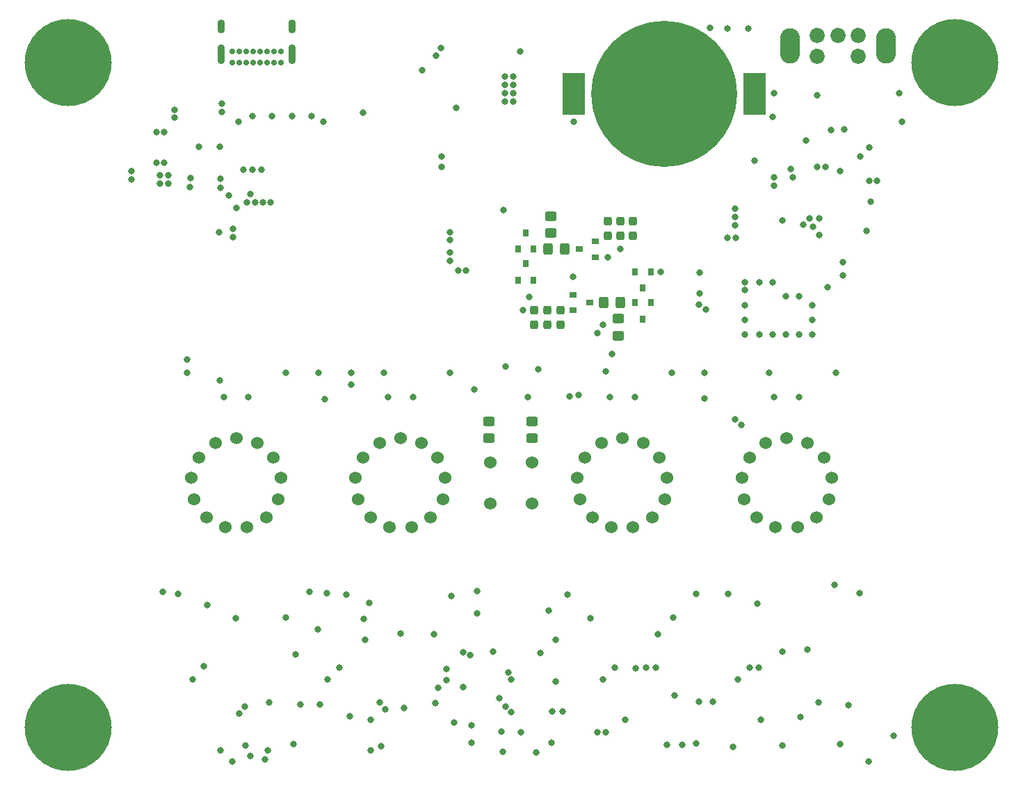
<source format=gbr>
%TF.GenerationSoftware,KiCad,Pcbnew,(5.99.0-9843-g93c991926f)*%
%TF.CreationDate,2021-03-24T22:11:13-04:00*%
%TF.ProjectId,nixieclock,6e697869-6563-46c6-9f63-6b2e6b696361,rev?*%
%TF.SameCoordinates,Original*%
%TF.FileFunction,Soldermask,Bot*%
%TF.FilePolarity,Negative*%
%FSLAX46Y46*%
G04 Gerber Fmt 4.6, Leading zero omitted, Abs format (unit mm)*
G04 Created by KiCad (PCBNEW (5.99.0-9843-g93c991926f)) date 2021-03-24 22:11:13*
%MOMM*%
%LPD*%
G01*
G04 APERTURE LIST*
G04 Aperture macros list*
%AMRoundRect*
0 Rectangle with rounded corners*
0 $1 Rounding radius*
0 $2 $3 $4 $5 $6 $7 $8 $9 X,Y pos of 4 corners*
0 Add a 4 corners polygon primitive as box body*
4,1,4,$2,$3,$4,$5,$6,$7,$8,$9,$2,$3,0*
0 Add four circle primitives for the rounded corners*
1,1,$1+$1,$2,$3*
1,1,$1+$1,$4,$5*
1,1,$1+$1,$6,$7*
1,1,$1+$1,$8,$9*
0 Add four rect primitives between the rounded corners*
20,1,$1+$1,$2,$3,$4,$5,0*
20,1,$1+$1,$4,$5,$6,$7,0*
20,1,$1+$1,$6,$7,$8,$9,0*
20,1,$1+$1,$8,$9,$2,$3,0*%
G04 Aperture macros list end*
%ADD10C,0.700000*%
%ADD11O,0.900000X1.700000*%
%ADD12O,0.900000X2.400000*%
%ADD13C,10.600000*%
%ADD14O,2.400000X4.300000*%
%ADD15C,1.850000*%
%ADD16C,1.524000*%
%ADD17RoundRect,0.250000X0.450000X-0.325000X0.450000X0.325000X-0.450000X0.325000X-0.450000X-0.325000X0*%
%ADD18R,0.900000X0.800000*%
%ADD19RoundRect,0.237500X-0.237500X0.287500X-0.237500X-0.287500X0.237500X-0.287500X0.237500X0.287500X0*%
%ADD20RoundRect,0.237500X0.237500X-0.287500X0.237500X0.287500X-0.237500X0.287500X-0.237500X-0.287500X0*%
%ADD21R,0.800000X0.900000*%
%ADD22RoundRect,0.250000X-0.450000X0.325000X-0.450000X-0.325000X0.450000X-0.325000X0.450000X0.325000X0*%
%ADD23RoundRect,0.250000X-0.325000X-0.450000X0.325000X-0.450000X0.325000X0.450000X-0.325000X0.450000X0*%
%ADD24RoundRect,0.250000X0.325000X0.450000X-0.325000X0.450000X-0.325000X-0.450000X0.325000X-0.450000X0*%
%ADD25R,2.790000X5.080000*%
%ADD26C,17.780000*%
%ADD27C,0.800000*%
G04 APERTURE END LIST*
D10*
%TO.C,J1*%
X81975000Y-76025000D03*
X81125000Y-76025000D03*
X80275000Y-76025000D03*
X79425000Y-76025000D03*
X78575000Y-76025000D03*
X77725000Y-76025000D03*
X76875000Y-76025000D03*
X76025000Y-76025000D03*
X76025000Y-74675000D03*
X76875000Y-74675000D03*
X77725000Y-74675000D03*
X78575000Y-74675000D03*
X79425000Y-74675000D03*
X80275000Y-74675000D03*
X81125000Y-74675000D03*
X81975000Y-74675000D03*
D11*
X74675000Y-71665000D03*
D12*
X74675000Y-75045000D03*
D11*
X83325000Y-71665000D03*
D12*
X83325000Y-75045000D03*
%TD*%
D13*
%TO.C,H1*%
X56000000Y-76000000D03*
%TD*%
D14*
%TO.C,SW1*%
X143900000Y-74000000D03*
X155600000Y-74000000D03*
D15*
X152250000Y-72750000D03*
X147250000Y-72750000D03*
X149750000Y-72750000D03*
X152250000Y-75250000D03*
X147250000Y-75250000D03*
%TD*%
D13*
%TO.C,H2*%
X56000000Y-157000000D03*
%TD*%
%TO.C,H4*%
X164000000Y-76000000D03*
%TD*%
%TO.C,H3*%
X164000000Y-157000000D03*
%TD*%
D16*
%TO.C,V1*%
X76500000Y-121750000D03*
X79060000Y-122380000D03*
X81030000Y-124130000D03*
X81960000Y-126590000D03*
X81640000Y-129200000D03*
X80150000Y-131370000D03*
X77820000Y-132590000D03*
X75180000Y-132590000D03*
X72850000Y-131370000D03*
X71360000Y-129200000D03*
X71040000Y-126590000D03*
X71970000Y-124130000D03*
X73940000Y-122380000D03*
%TD*%
%TO.C,V2*%
X96500000Y-121750000D03*
X99060000Y-122380000D03*
X101030000Y-124130000D03*
X101960000Y-126590000D03*
X101640000Y-129200000D03*
X100150000Y-131370000D03*
X97820000Y-132590000D03*
X95180000Y-132590000D03*
X92850000Y-131370000D03*
X91360000Y-129200000D03*
X91040000Y-126590000D03*
X91970000Y-124130000D03*
X93940000Y-122380000D03*
%TD*%
%TO.C,NE1*%
X112540000Y-124705983D03*
X107460000Y-124705983D03*
%TD*%
%TO.C,V4*%
X143500000Y-121750000D03*
X146060000Y-122380000D03*
X148030000Y-124130000D03*
X148960000Y-126590000D03*
X148640000Y-129200000D03*
X147150000Y-131370000D03*
X144820000Y-132590000D03*
X142180000Y-132590000D03*
X139850000Y-131370000D03*
X138360000Y-129200000D03*
X138040000Y-126590000D03*
X138970000Y-124130000D03*
X140940000Y-122380000D03*
%TD*%
%TO.C,V3*%
X123500000Y-121750000D03*
X126060000Y-122380000D03*
X128030000Y-124130000D03*
X128960000Y-126590000D03*
X128640000Y-129200000D03*
X127150000Y-131370000D03*
X124820000Y-132590000D03*
X122180000Y-132590000D03*
X119850000Y-131370000D03*
X118360000Y-129200000D03*
X118040000Y-126590000D03*
X118970000Y-124130000D03*
X120940000Y-122380000D03*
%TD*%
%TO.C,NE2*%
X112540000Y-129700000D03*
X107460000Y-129700000D03*
%TD*%
D17*
%TO.C,R10*%
X123000000Y-109275000D03*
X123000000Y-107225000D03*
%TD*%
D18*
%TO.C,Q5*%
X120250000Y-97800000D03*
X120250000Y-99700000D03*
X118250000Y-98750000D03*
%TD*%
D19*
%TO.C,R18*%
X124800000Y-95325000D03*
X124800000Y-97075000D03*
%TD*%
D20*
%TO.C,R15*%
X123250000Y-97075000D03*
X123250000Y-95325000D03*
%TD*%
%TO.C,R17*%
X114350000Y-107925000D03*
X114350000Y-106175000D03*
%TD*%
D21*
%TO.C,Q3*%
X112700000Y-98750001D03*
X110800000Y-98750001D03*
X111750000Y-96750001D03*
%TD*%
D18*
%TO.C,Q6*%
X117500000Y-106200000D03*
X117500000Y-104300000D03*
X119500000Y-105250000D03*
%TD*%
D21*
%TO.C,Q4*%
X125050000Y-105250000D03*
X126950000Y-105250000D03*
X126000000Y-107250000D03*
%TD*%
D22*
%TO.C,R9*%
X114750000Y-94725000D03*
X114750000Y-96775000D03*
%TD*%
D20*
%TO.C,R14*%
X115950000Y-107925000D03*
X115950000Y-106175000D03*
%TD*%
D17*
%TO.C,R26*%
X112500000Y-121775000D03*
X112500000Y-119725000D03*
%TD*%
D20*
%TO.C,R16*%
X112750000Y-107925000D03*
X112750000Y-106175000D03*
%TD*%
D21*
%TO.C,Q8*%
X125050000Y-101500000D03*
X126950000Y-101500000D03*
X126000000Y-103500000D03*
%TD*%
D19*
%TO.C,R13*%
X121700000Y-95325000D03*
X121700000Y-97075000D03*
%TD*%
D23*
%TO.C,R12*%
X121225000Y-105250000D03*
X123275000Y-105250000D03*
%TD*%
D22*
%TO.C,R25*%
X107250000Y-119725000D03*
X107250000Y-121775000D03*
%TD*%
D21*
%TO.C,Q7*%
X112700000Y-102500000D03*
X110800000Y-102500000D03*
X111750000Y-100500000D03*
%TD*%
D24*
%TO.C,R11*%
X116525000Y-98750000D03*
X114475000Y-98750000D03*
%TD*%
D25*
%TO.C,BT1*%
X117615000Y-79850000D03*
X139585000Y-79850000D03*
D26*
X128600000Y-79850000D03*
%TD*%
D27*
X78000000Y-116750000D03*
X120500000Y-157600000D03*
X84300000Y-154200000D03*
X90500000Y-115200000D03*
X157550000Y-83250000D03*
X137000000Y-159350000D03*
X80700000Y-93050000D03*
X113550000Y-147875000D03*
X78200000Y-160400000D03*
X138400000Y-107350000D03*
X153500000Y-161150000D03*
X105800000Y-140400000D03*
X73000000Y-142100000D03*
X78800000Y-93050000D03*
X76500000Y-93726000D03*
X76400000Y-143700000D03*
X125000000Y-116750000D03*
X122000000Y-116750000D03*
X141800000Y-102750000D03*
X104500000Y-101350000D03*
X127800000Y-145600000D03*
X147250000Y-88750000D03*
X85400000Y-140500000D03*
X105100000Y-156700000D03*
X142000000Y-116750000D03*
X89900000Y-140800000D03*
X71150000Y-151100000D03*
X102500000Y-99150000D03*
X113300000Y-113400000D03*
X138400000Y-103750000D03*
X79700000Y-93050000D03*
X120500000Y-108950000D03*
X137200000Y-95850000D03*
X134500000Y-153800000D03*
X143400000Y-109150000D03*
X153600000Y-90450000D03*
X67250000Y-89750000D03*
X143400000Y-104450000D03*
X138400000Y-102750000D03*
X121150000Y-151100000D03*
X146600000Y-109150000D03*
X145500000Y-95750000D03*
X91948000Y-82143600D03*
X69000000Y-82750000D03*
X109600000Y-150300000D03*
X138975000Y-149675000D03*
X74750000Y-81000000D03*
X68250000Y-90750000D03*
X146000000Y-147500000D03*
X92900000Y-159800000D03*
X117500000Y-102100000D03*
X156500000Y-158000000D03*
X67250000Y-90750000D03*
X70500000Y-112200000D03*
X89050000Y-149650000D03*
X100600000Y-145600000D03*
X77800000Y-93050000D03*
X128200000Y-101500000D03*
X100850000Y-75150000D03*
X154500000Y-90450000D03*
X152400000Y-140600000D03*
X141800000Y-82650000D03*
X137575000Y-151100000D03*
X100700000Y-154000000D03*
X87650000Y-151100000D03*
X75000000Y-116750000D03*
X141800000Y-109150000D03*
X146250000Y-95000000D03*
X63750000Y-90250000D03*
X78500000Y-82550000D03*
X132850000Y-105500000D03*
X102500000Y-97650000D03*
X137200000Y-94850000D03*
X98000000Y-116750000D03*
X115400000Y-146300000D03*
X116800000Y-140800000D03*
X67750000Y-84500000D03*
X145000000Y-109150000D03*
X145000000Y-116750000D03*
X74600000Y-159750000D03*
X136280000Y-71900000D03*
X70850000Y-91200000D03*
X76750000Y-83250000D03*
X66750000Y-84500000D03*
X85648800Y-82535550D03*
X130775000Y-159050000D03*
X146600000Y-107350000D03*
X113000000Y-160000000D03*
X136400000Y-140700000D03*
X76100000Y-97250000D03*
X70900000Y-90100000D03*
X132875000Y-101575000D03*
X146600000Y-105550000D03*
X80873600Y-82535550D03*
X102500000Y-100150000D03*
X132500000Y-140700000D03*
X99100000Y-76950000D03*
X67750000Y-88250000D03*
X101375000Y-74250000D03*
X72550000Y-149500000D03*
X134200000Y-71800000D03*
X132875000Y-104150000D03*
X137950000Y-120150000D03*
X66750000Y-88250000D03*
X143000000Y-147700000D03*
X74500000Y-86250000D03*
X96500000Y-145500000D03*
X151000000Y-154300000D03*
X149300000Y-139600000D03*
X76100000Y-96250000D03*
X137200000Y-93850000D03*
X82500000Y-143600000D03*
X92700000Y-141800000D03*
X119600000Y-143700000D03*
X69400000Y-140700000D03*
X74600000Y-90200000D03*
X123250000Y-98700000D03*
X74750000Y-82000000D03*
X122550000Y-149650000D03*
X111400000Y-106150000D03*
X147400000Y-153950000D03*
X133500000Y-116900000D03*
X101500000Y-88750000D03*
X68250000Y-89750000D03*
X76000000Y-161150000D03*
X102500000Y-96650000D03*
X140200000Y-102750000D03*
X87300000Y-117000000D03*
X63750000Y-89250000D03*
X138400000Y-109150000D03*
X87111300Y-83250000D03*
X102700000Y-141000000D03*
X148450000Y-103350000D03*
X118150000Y-116500000D03*
X112200000Y-104600000D03*
X142000000Y-90000000D03*
X140200000Y-109150000D03*
X105100000Y-158800000D03*
X129700000Y-143600000D03*
X147200000Y-80050000D03*
X69000000Y-81750000D03*
X83261200Y-82535550D03*
X121750000Y-99700000D03*
X86700000Y-154200000D03*
X145000000Y-104450000D03*
X103500000Y-101350000D03*
X138400000Y-105550000D03*
X144000000Y-89000000D03*
X94650000Y-154750000D03*
X139900000Y-141900000D03*
X80350000Y-159800000D03*
X74600000Y-91300000D03*
X95000000Y-116750000D03*
X78500000Y-89050000D03*
X103250000Y-81500000D03*
X77400000Y-89050000D03*
X75565000Y-92202000D03*
X79600000Y-89050000D03*
X74400000Y-96647000D03*
X111100000Y-74700000D03*
X109000000Y-94000000D03*
X122250000Y-111500000D03*
X80500000Y-153900000D03*
X74500000Y-114750000D03*
X101500000Y-87500000D03*
X71987347Y-86275000D03*
X83700000Y-148100000D03*
X82500000Y-113800000D03*
X86500000Y-113800000D03*
X86400000Y-145000000D03*
X67550000Y-140500000D03*
X96900000Y-154625000D03*
X102100000Y-149900000D03*
X70500000Y-113800000D03*
X94500000Y-113800000D03*
X101100000Y-152125000D03*
X102500000Y-113800000D03*
X104100000Y-152025000D03*
X105473011Y-115800000D03*
X105800000Y-143100000D03*
X92200000Y-146300000D03*
X104100000Y-147800000D03*
X92000000Y-143800000D03*
X105000000Y-148200000D03*
X87500000Y-140600000D03*
X102050000Y-151200000D03*
X107750000Y-147750000D03*
X90500000Y-113800000D03*
X121500000Y-113600000D03*
X108500000Y-153400000D03*
X129500000Y-113800000D03*
X109250000Y-154400000D03*
X109973952Y-155123952D03*
X133500000Y-113800000D03*
X108800000Y-157500000D03*
X132800000Y-153850000D03*
X127600000Y-149700000D03*
X114550000Y-142750000D03*
X126400000Y-149700000D03*
X117050000Y-116700000D03*
X125095000Y-149750000D03*
X141400000Y-113800000D03*
X109250000Y-113000000D03*
X112000000Y-116750000D03*
X149500000Y-113800000D03*
X129900000Y-153100000D03*
X77625000Y-159200000D03*
X116200000Y-155000000D03*
X108975000Y-159975000D03*
X147500000Y-97000000D03*
X94100000Y-159275000D03*
X147487347Y-95012653D03*
X143000000Y-159150000D03*
X114950000Y-155000000D03*
X92850000Y-156000000D03*
X76900000Y-155300000D03*
X150000000Y-89250000D03*
X153750000Y-93000000D03*
X146750000Y-96000000D03*
X123825000Y-156050000D03*
X90300000Y-155650000D03*
X77500000Y-154400000D03*
X111125000Y-157525000D03*
X140325000Y-156050000D03*
X114875000Y-158800000D03*
X128900000Y-159075000D03*
X145200000Y-155700000D03*
X121500003Y-157600000D03*
X110000000Y-151150000D03*
X94000000Y-153900000D03*
X140075000Y-149675000D03*
X137250000Y-119500000D03*
X117600000Y-83200000D03*
X143000000Y-95250000D03*
X139600000Y-88000000D03*
X109200000Y-78750000D03*
X109200000Y-77750000D03*
X83475000Y-159025000D03*
X109200000Y-79750000D03*
X150350000Y-100350000D03*
X150350000Y-101950000D03*
X137275000Y-97325000D03*
X157250000Y-79750000D03*
X110200000Y-79750000D03*
X110200000Y-78750000D03*
X148900000Y-84250000D03*
X138830000Y-71850000D03*
X109200000Y-80750000D03*
X103000000Y-156400000D03*
X153600000Y-86350000D03*
X136275000Y-97325000D03*
X150000000Y-159000000D03*
X152500000Y-87450000D03*
X110200000Y-77750000D03*
X132500000Y-158900000D03*
X115400000Y-151400000D03*
X110200000Y-80750000D03*
X142000000Y-79750000D03*
X148250000Y-88750000D03*
X80000000Y-160900000D03*
X78250000Y-92000000D03*
X153250000Y-96500000D03*
X142000000Y-91000000D03*
X133650000Y-106100000D03*
X144250000Y-90000000D03*
X121100000Y-107950000D03*
X150500000Y-84150000D03*
X145900000Y-85550000D03*
M02*

</source>
